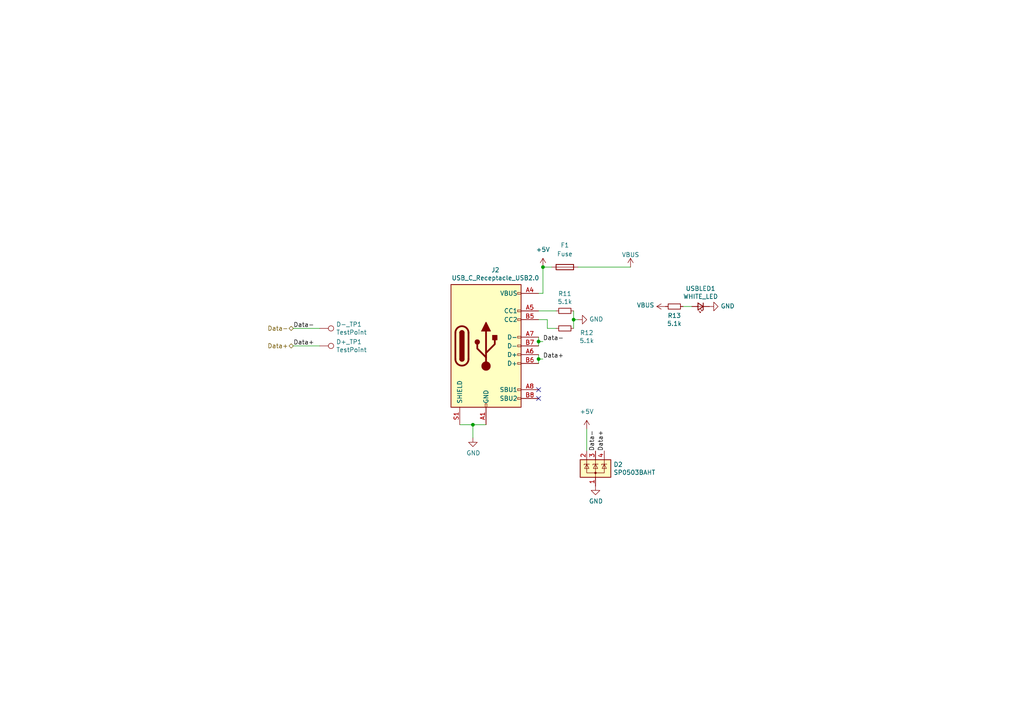
<source format=kicad_sch>
(kicad_sch (version 20250114) (generator "eeschema") (generator_version "9.0")
  (paper "A4")
  (lib_symbols
    (symbol "Connector:TestPoint" (pin_numbers (hide yes)) (pin_names (offset 0.762) (hide yes))
      (property "Reference" "TP" (at 0 6.858 0))
      (property "Value" "TestPoint" (at 0 5.08 0))
      (symbol "TestPoint_0_1"
        (circle (center 0 3.302) (radius 0.762))
      )
      (symbol "TestPoint_1_1"
        (pin passive line (at 0 0 90) (length 2.54) (name "1") (number "1"))
      )
    )
    (symbol "Connector:USB_C_Receptacle_USB2.0" (pin_names (offset 1.016))
      (property "Reference" "J" (at -10.16 19.05 0))
      (property "Value" "USB_C_Receptacle_USB2.0" (at 19.05 19.05 0))
      (symbol "USB_C_Receptacle_USB2.0_0_0"
        (rectangle (start -0.254 -17.78) (end 0.254 -16.764))
        (rectangle (start 10.16 15.494) (end 9.144 14.986))
        (rectangle (start 10.16 10.414) (end 9.144 9.906))
        (rectangle (start 10.16 7.874) (end 9.144 7.366))
        (rectangle (start 10.16 2.794) (end 9.144 2.286))
        (rectangle (start 10.16 0.254) (end 9.144 -0.254))
        (rectangle (start 10.16 -2.286) (end 9.144 -2.794))
        (rectangle (start 10.16 -4.826) (end 9.144 -5.334))
        (rectangle (start 10.16 -12.446) (end 9.144 -12.954))
        (rectangle (start 10.16 -14.986) (end 9.144 -15.494))
      )
      (symbol "USB_C_Receptacle_USB2.0_0_1"
        (rectangle (start -10.16 17.78) (end 10.16 -17.78) (stroke (width 0.254)) (fill (type background)))
        (polyline (pts (xy -8.89 -3.81) (xy -8.89 3.81)) (stroke (width 0.508)))
        (rectangle (start -7.62 -3.81) (end -6.35 3.81) (stroke (width 0.254)) (fill (type outline)))
        (arc (start -7.62 3.81) (mid -6.985 4.4423) (end -6.35 3.81) (stroke (width 0.254)))
        (arc (start -7.62 3.81) (mid -6.985 4.4423) (end -6.35 3.81) (stroke (width 0.254)) (fill (type outline)))
        (arc (start -8.89 3.81) (mid -6.985 5.7067) (end -5.08 3.81) (stroke (width 0.508)))
        (arc (start -5.08 -3.81) (mid -6.985 -5.7067) (end -8.89 -3.81) (stroke (width 0.508)))
        (arc (start -6.35 -3.81) (mid -6.985 -4.4423) (end -7.62 -3.81) (stroke (width 0.254)))
        (arc (start -6.35 -3.81) (mid -6.985 -4.4423) (end -7.62 -3.81) (stroke (width 0.254)) (fill (type outline)))
        (polyline (pts (xy -5.08 3.81) (xy -5.08 -3.81)) (stroke (width 0.508)))
        (circle (center -2.54 1.143) (radius 0.635) (stroke (width 0.254)) (fill (type outline)))
        (polyline (pts (xy -1.27 4.318) (xy 0 6.858) (xy 1.27 4.318) (xy -1.27 4.318)) (stroke (width 0.254)) (fill (type outline)))
        (polyline (pts (xy 0 -2.032) (xy 2.54 0.508) (xy 2.54 1.778)) (stroke (width 0.508)))
        (polyline (pts (xy 0 -3.302) (xy -2.54 -0.762) (xy -2.54 0.508)) (stroke (width 0.508)))
        (polyline (pts (xy 0 -5.842) (xy 0 4.318)) (stroke (width 0.508)))
        (circle (center 0 -5.842) (radius 1.27) (fill (type outline)))
        (rectangle (start 1.905 1.778) (end 3.175 3.048) (stroke (width 0.254)) (fill (type outline)))
      )
      (symbol "USB_C_Receptacle_USB2.0_1_1"
        (pin passive line (at -7.62 -22.86 90) (length 5.08) (name "SHIELD") (number "S1"))
        (pin passive line (at 0 -22.86 90) (length 5.08) (name "GND") (number "A1"))
        (pin passive line (at 0 -22.86 90) (length 5.08) (hide yes) (name "GND") (number "A12"))
        (pin passive line (at 0 -22.86 90) (length 5.08) (hide yes) (name "GND") (number "B1"))
        (pin passive line (at 0 -22.86 90) (length 5.08) (hide yes) (name "GND") (number "B12"))
        (pin passive line (at 15.24 15.24 180) (length 5.08) (name "VBUS") (number "A4"))
        (pin passive line (at 15.24 15.24 180) (length 5.08) (hide yes) (name "VBUS") (number "A9"))
        (pin passive line (at 15.24 15.24 180) (length 5.08) (hide yes) (name "VBUS") (number "B4"))
        (pin passive line (at 15.24 15.24 180) (length 5.08) (hide yes) (name "VBUS") (number "B9"))
        (pin bidirectional line (at 15.24 10.16 180) (length 5.08) (name "CC1") (number "A5"))
        (pin bidirectional line (at 15.24 7.62 180) (length 5.08) (name "CC2") (number "B5"))
        (pin bidirectional line (at 15.24 2.54 180) (length 5.08) (name "D-") (number "A7"))
        (pin bidirectional line (at 15.24 0 180) (length 5.08) (name "D-") (number "B7"))
        (pin bidirectional line (at 15.24 -2.54 180) (length 5.08) (name "D+") (number "A6"))
        (pin bidirectional line (at 15.24 -5.08 180) (length 5.08) (name "D+") (number "B6"))
        (pin bidirectional line (at 15.24 -12.7 180) (length 5.08) (name "SBU1") (number "A8"))
        (pin bidirectional line (at 15.24 -15.24 180) (length 5.08) (name "SBU2") (number "B8"))
      )
    )
    (symbol "Device:Fuse" (pin_numbers (hide yes)) (pin_names (offset 0))
      (property "Reference" "F" (at 2.032 0 90))
      (property "Value" "Fuse" (at -1.905 0 90))
      (symbol "Fuse_0_1"
        (rectangle (start -0.762 -2.54) (end 0.762 2.54) (stroke (width 0.254)))
        (polyline (pts (xy 0 2.54) (xy 0 -2.54)))
      )
      (symbol "Fuse_1_1"
        (pin passive line (at 0 3.81 270) (length 1.27) (name "~") (number "1"))
        (pin passive line (at 0 -3.81 90) (length 1.27) (name "~") (number "2"))
      )
    )
    (symbol "Device:LED_Small" (pin_numbers (hide yes)) (pin_names (offset 0.254) (hide yes))
      (property "Reference" "D" (at -1.27 3.175 0))
      (property "Value" "LED_Small" (at -4.445 -2.54 0))
      (symbol "LED_Small_0_1"
        (polyline (pts (xy -0.762 -1.016) (xy -0.762 1.016)) (stroke (width 0.254)))
        (polyline (pts (xy 0 0.762) (xy -0.508 1.27) (xy -0.254 1.27) (xy -0.508 1.27) (xy -0.508 1.016)))
        (polyline (pts (xy 0.508 1.27) (xy 0 1.778) (xy 0.254 1.778) (xy 0 1.778) (xy 0 1.524)))
        (polyline (pts (xy 0.762 -1.016) (xy -0.762 0) (xy 0.762 1.016) (xy 0.762 -1.016)) (stroke (width 0.254)))
        (polyline (pts (xy 1.016 0) (xy -0.762 0)))
      )
      (symbol "LED_Small_1_1"
        (pin passive line (at -2.54 0 0) (length 1.778) (name "K") (number "1"))
        (pin passive line (at 2.54 0 180) (length 1.778) (name "A") (number "2"))
      )
    )
    (symbol "Device:R_Small" (pin_numbers (hide yes)) (pin_names (offset 0.254) (hide yes))
      (property "Reference" "R" (at 0.762 0.508 0))
      (property "Value" "R_Small" (at 0.762 -1.016 0))
      (symbol "R_Small_0_1"
        (rectangle (start -0.762 1.778) (end 0.762 -1.778) (stroke (width 0.2032)))
      )
      (symbol "R_Small_1_1"
        (pin passive line (at 0 2.54 270) (length 0.762) (name "~") (number "1"))
        (pin passive line (at 0 -2.54 90) (length 0.762) (name "~") (number "2"))
      )
    )
    (symbol "Power_Protection:SP0503BAHT" (pin_names (hide yes))
      (property "Reference" "D" (at 5.715 2.54 0))
      (property "Value" "SP0503BAHT" (at 5.715 0.635 0))
      (symbol "SP0503BAHT_0_0"
        (pin passive line (at 0 -5.08 90) (length 2.54) (name "A") (number "1"))
      )
      (symbol "SP0503BAHT_0_1"
        (rectangle (start -4.445 2.54) (end 4.445 -2.54) (stroke (width 0.254)) (fill (type background)))
        (polyline (pts (xy -3.302 1.016) (xy -3.302 1.27) (xy -1.905 1.27) (xy -1.778 1.27)))
        (polyline (pts (xy -2.54 2.54) (xy -2.54 1.27)))
        (polyline (pts (xy -2.54 1.27) (xy -2.54 -1.27) (xy 2.54 -1.27) (xy 2.54 1.27)))
        (polyline (pts (xy -2.54 1.27) (xy -1.905 0) (xy -3.175 0) (xy -2.54 1.27)))
        (polyline (pts (xy 0 2.54) (xy 0 1.27)))
        (polyline (pts (xy 0 -1.27) (xy 0 1.27)))
        (polyline (pts (xy 0 -1.27) (xy 0 -2.54)))
        (circle (center 0 -1.27) (radius 0.254) (fill (type outline)))
        (polyline (pts (xy 0.635 1.27) (xy 0.762 1.27)))
        (polyline (pts (xy 0.635 1.27) (xy -0.762 1.27) (xy -0.762 1.016)))
        (polyline (pts (xy 0.635 0) (xy -0.635 0) (xy 0 1.27) (xy 0.635 0)))
        (polyline (pts (xy 1.778 1.016) (xy 1.778 1.27) (xy 3.175 1.27) (xy 3.302 1.27)))
        (polyline (pts (xy 2.54 2.54) (xy 2.54 1.27)))
        (polyline (pts (xy 2.54 1.27) (xy 1.905 0) (xy 3.175 0) (xy 2.54 1.27)))
      )
      (symbol "SP0503BAHT_1_1"
        (pin passive line (at -2.54 5.08 270) (length 2.54) (name "K") (number "2"))
        (pin passive line (at 0 5.08 270) (length 2.54) (name "K") (number "3"))
        (pin passive line (at 2.54 5.08 270) (length 2.54) (name "K") (number "4"))
      )
    )
    (symbol "power:+5V" (power) (pin_numbers (hide yes)) (pin_names (offset 0) (hide yes))
      (property "Value" "+5V" (at 0 3.556 0))
      (symbol "+5V_0_1"
        (polyline (pts (xy -0.762 1.27) (xy 0 2.54)))
        (polyline (pts (xy 0 2.54) (xy 0.762 1.27)))
        (polyline (pts (xy 0 0) (xy 0 2.54)))
      )
      (symbol "+5V_1_1"
        (pin power_in line (at 0 0 90) (length 0) (name "~") (number "1"))
      )
    )
    (symbol "power:GND" (power) (pin_names (offset 0))
      (property "Value" "GND" (at 0 -3.81 0))
      (symbol "GND_0_1"
        (polyline (pts (xy 0 0) (xy 0 -1.27) (xy 1.27 -1.27) (xy 0 -2.54) (xy -1.27 -1.27) (xy 0 -1.27)))
      )
      (symbol "GND_1_1"
        (pin power_in line (at 0 0 270) (length 0) (hide yes) (name "GND") (number "1"))
      )
    )
    (symbol "power:VBUS" (power) (pin_names (offset 0))
      (property "Value" "VBUS" (at 0 3.81 0))
      (symbol "VBUS_0_1"
        (polyline (pts (xy -0.762 1.27) (xy 0 2.54)))
        (polyline (pts (xy 0 2.54) (xy 0.762 1.27)))
        (polyline (pts (xy 0 0) (xy 0 2.54)))
      )
      (symbol "VBUS_1_1"
        (pin power_in line (at 0 0 90) (length 0) (hide yes) (name "VBUS") (number "1"))
      )
    )
  )
  (junction (at 156.21 104.14))
  (junction (at 166.37 92.71))
  (junction (at 137.16 123.19))
  (junction (at 156.21 99.06))
  (junction (at 157.48 77.47))
  (no_connect (at 156.21 115.57))
  (no_connect (at 156.21 113.03))
  (wire (pts (xy 156.21 92.71) (xy 158.75 92.71)))
  (wire (pts (xy 85.09 100.33) (xy 92.71 100.33)))
  (wire (pts (xy 137.16 123.19) (xy 137.16 127)))
  (wire (pts (xy 156.21 104.14) (xy 156.21 105.41)))
  (wire (pts (xy 158.75 92.71) (xy 158.75 95.25)))
  (wire (pts (xy 200.66 88.9) (xy 198.12 88.9)))
  (wire (pts (xy 170.18 124.46) (xy 170.18 130.81)))
  (wire (pts (xy 156.21 99.06) (xy 156.21 97.79)))
  (wire (pts (xy 156.21 99.06) (xy 157.48 99.06)))
  (wire (pts (xy 167.64 77.47) (xy 182.88 77.47)))
  (wire (pts (xy 166.37 90.17) (xy 166.37 92.71)))
  (wire (pts (xy 133.35 123.19) (xy 137.16 123.19)))
  (wire (pts (xy 157.48 77.47) (xy 160.02 77.47)))
  (wire (pts (xy 156.21 90.17) (xy 161.29 90.17)))
  (wire (pts (xy 166.37 95.25) (xy 166.37 92.71)))
  (wire (pts (xy 137.16 123.19) (xy 140.97 123.19)))
  (wire (pts (xy 166.37 92.71) (xy 167.64 92.71)))
  (wire (pts (xy 156.21 102.87) (xy 156.21 104.14)))
  (wire (pts (xy 156.21 100.33) (xy 156.21 99.06)))
  (wire (pts (xy 157.48 77.47) (xy 157.48 85.09)))
  (wire (pts (xy 156.21 104.14) (xy 157.48 104.14)))
  (wire (pts (xy 157.48 85.09) (xy 156.21 85.09)))
  (wire (pts (xy 158.75 95.25) (xy 161.29 95.25)))
  (wire (pts (xy 85.09 95.25) (xy 92.71 95.25)))
  (label "Data+" (at 175.26 130.81 90))
  (label "Data+" (at 85.09 100.33 0))
  (label "Data-" (at 85.09 95.25 0))
  (label "Data-" (at 172.72 130.81 90))
  (label "Data-" (at 157.48 99.06 0))
  (label "Data+" (at 157.48 104.14 0))
  (hierarchical_label "Data-" (shape bidirectional) (at 85.09 95.25 180))
  (hierarchical_label "Data+" (shape bidirectional) (at 85.09 100.33 180))
  (symbol (lib_id "power:GND") (at 167.64 92.71 90) (unit 1)
    (property "Reference" "#PWR031" (effects (hide yes)))
    (property "Value" "GND" (at 170.8912 92.583 90) (effects (justify right)))
  )
  (symbol (lib_id "Device:R_Small") (at 163.83 95.25 270) (unit 1)
    (property "Reference" "R12" (at 170.18 96.52 90))
    (property "Value" "5.1k" (at 170.18 98.8314 90))
    (property "Footprint" "Resistor_SMD:R_0402_1005Metric" (effects (hide yes)))
  )
  (symbol (lib_id "Device:R_Small") (at 163.83 90.17 90) (unit 1)
    (property "Reference" "R11" (at 163.83 85.1916 90))
    (property "Value" "5.1k" (at 163.83 87.503 90))
    (property "Footprint" "Resistor_SMD:R_0402_1005Metric" (effects (hide yes)))
  )
  (symbol (lib_id "power:GND") (at 137.16 127 0) (unit 1)
    (property "Reference" "#PWR029" (effects (hide yes)))
    (property "Value" "GND" (at 137.287 131.3942 0))
  )
  (symbol (lib_id "Connector:USB_C_Receptacle_USB2.0") (at 140.97 100.33 0) (unit 1)
    (property "Reference" "J2" (at 143.6878 78.3082 0))
    (property "Value" "USB_C_Receptacle_USB2.0" (at 143.6878 80.6196 0))
    (property "Footprint" "Connector_USB:USB_C_Receptacle_Palconn_UTC16-G" (effects (hide yes)))
    (property "Datasheet" "https://www.usb.org/sites/default/files/documents/usb_type-c.zip" (effects (hide yes)))
  )
  (symbol (lib_id "power:GND") (at 172.72 140.97 0) (unit 1)
    (property "Reference" "#PWR032" (effects (hide yes)))
    (property "Value" "GND" (at 172.847 145.3642 0))
  )
  (symbol (lib_id "Power_Protection:SP0503BAHT") (at 172.72 135.89 0) (unit 1)
    (property "Reference" "D2" (at 177.927 134.7216 0) (effects (justify left)))
    (property "Value" "SP0503BAHT" (at 177.927 137.033 0) (effects (justify left)))
    (property "Footprint" "Package_TO_SOT_SMD:SOT-143" (effects (hide yes)))
    (property "Datasheet" "http://www.littelfuse.com/~/media/files/littelfuse/technical%20resources/documents/data%20sheets/sp05xxba.pdf" (effects (hide yes)))
  )
  (symbol (lib_id "Connector:TestPoint") (at 92.71 95.25 270) (unit 1)
    (property "Reference" "D-_TP1" (at 97.4852 94.0816 90) (effects (justify left)))
    (property "Value" "TestPoint" (at 97.4852 96.393 90) (effects (justify left)))
    (property "Footprint" "TestPoint:TestPoint_Pad_D1.0mm" (effects (hide yes)))
  )
  (symbol (lib_id "Connector:TestPoint") (at 92.71 100.33 270) (unit 1)
    (property "Reference" "D+_TP1" (at 97.4852 99.1616 90) (effects (justify left)))
    (property "Value" "TestPoint" (at 97.4852 101.473 90) (effects (justify left)))
    (property "Footprint" "TestPoint:TestPoint_Pad_D1.0mm" (effects (hide yes)))
  )
  (symbol (lib_id "Device:LED_Small") (at 203.2 88.9 180) (unit 1)
    (property "Reference" "USBLED1" (at 203.2 83.693 0))
    (property "Value" "WHITE_LED" (at 203.2 86.0044 0))
    (property "Footprint" "Resistor_SMD:R_0402_1005Metric" (effects (hide yes)))
  )
  (symbol (lib_id "Device:R_Small") (at 195.58 88.9 90) (unit 1)
    (property "Reference" "R13" (at 195.58 91.5416 90))
    (property "Value" "5.1k" (at 195.58 93.853 90))
    (property "Footprint" "Resistor_SMD:R_0402_1005Metric" (effects (hide yes)))
  )
  (symbol (lib_id "power:GND") (at 205.74 88.9 90) (unit 1)
    (property "Reference" "#PWR034" (effects (hide yes)))
    (property "Value" "GND" (at 208.9912 88.773 90) (effects (justify right)))
  )
  (symbol (lib_id "power:VBUS") (at 193.04 88.9 90) (unit 1)
    (property "Reference" "#PWR033" (effects (hide yes)))
    (property "Value" "VBUS" (at 189.7888 88.519 90) (effects (justify left)))
  )
  (symbol (lib_id "power:+5V") (at 157.48 77.47 0) (unit 1)
    (property "Reference" "#PWR055" (effects (hide yes)))
    (property "Value" "+5V" (at 157.48 72.39 0))
    (property "Description" "Power symbol creates a global label with name \"+5V\"" (effects (hide yes)))
  )
  (symbol (lib_id "power:VBUS") (at 182.88 77.47 0) (unit 1)
    (property "Reference" "#PWR030" (effects (hide yes)))
    (property "Value" "VBUS" (at 182.88 73.8942 0))
  )
  (symbol (lib_id "Device:Fuse") (at 163.83 77.47 90) (unit 1)
    (property "Reference" "F1" (at 163.83 71.12 90))
    (property "Value" "Fuse" (at 163.83 73.66 90))
    (property "Footprint" "Fuse:Fuse_0603_1608Metric" (effects (hide yes)))
    (property "Description" "Fuse" (effects (hide yes)))
  )
  (symbol (lib_id "power:+5V") (at 170.18 124.46 0) (unit 1)
    (property "Reference" "#PWR056" (effects (hide yes)))
    (property "Value" "+5V" (at 170.18 119.38 0))
    (property "Description" "Power symbol creates a global label with name \"+5V\"" (effects (hide yes)))
  )
)
</source>
